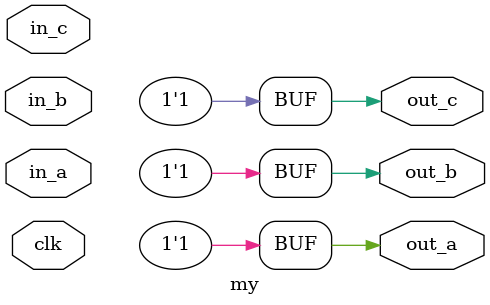
<source format=v>
`timescale 1ns / 1ps

// This is a test model for myself to test some verilog code
module my( clk, in_a, in_b, in_c, out_a, out_b, out_c
    );
    input clk, in_a, in_b, in_c;
    output out_a, out_b, out_c;
    
	
	reg [7:0]data1,data2,data3,data4;
	/*
    always @(posedge clk)
        begin    
            
            tag1=tag1+1;
        end*/
    
    //output
    assign out_a =1;
    assign out_b =1;
    assign out_c =1;
    
    
endmodule

</source>
